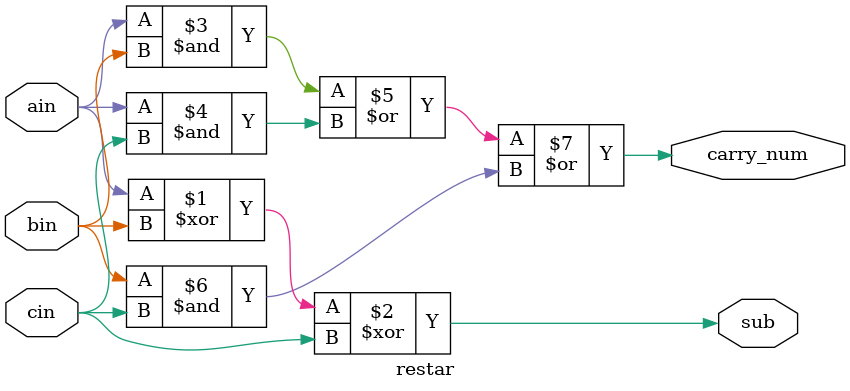
<source format=sv>

module resta #(parameter N = 4)(
	input logic [N-1:0] A_num,
	input logic [N-1:0] B_num,
	//input logic call_resta,
	output logic [N-1:0] result,
	output logic sign);
	
	
	logic [N-1:0] bin;     // bus de bits para aplicar complemento al segundo operando (sustraendo)
	logic [N:0] carry_num; // Almacenar el acarreo de toda la operación y determinar si el resultado es positivo o negativo según el útlimo bit
	
	genvar j;
	
	always @(*) begin
		
		carry_num [0] <= 1'b1; // acarreo de entrada, necesario para la comparación con la compuerta XOR en restar
		
		bin <= ~B_num; // complemento al segundo operando (negativo)
		
	end
	
	// Se realiza la resta bit por bit
	generate
	
		for (j = 0; j < N; j = j+1) begin: mult_loop
		
			restar resta_nums(.ain(A_num[j]),.bin(bin[j]),.cin(carry_num[j]),.carry_num(carry_num[j+1]),.sub(result[j]));
			
		end
		
	endgenerate
	
	// si sign es 0, resultado positivo, si sign es 1, resultado negativo.
	assign sign = carry_num[0] ^ carry_num[N]; 

	
endmodule


module restar(
    input logic ain,        // bit de primer operando
    input logic bin,        // bit de segundo operando
    input logic cin,        // acarreo 
	output logic carry_num, // actualiza acarreo en cada operación bit a bit
	output logic sub        // resultado de la operación (resta)
    );

    assign sub = ain ^ bin ^ cin;
    assign carry_num = (ain & bin) | (ain & cin) | (bin & cin);
	
endmodule
</source>
